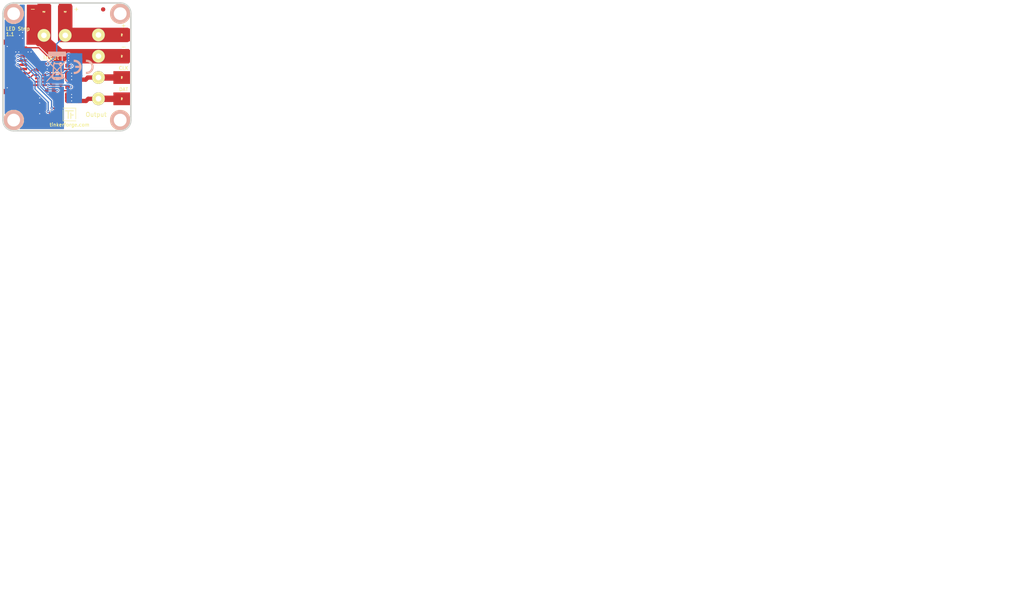
<source format=kicad_pcb>
(kicad_pcb (version 4) (host pcbnew 4.0.7-e2-6376~58~ubuntu17.04.1)
  (title_block (title "LED Strip Bricklet") (date "Mi 08 Jul 2015") (rev 1.1) (company "Tinkerforge GmbH") (comment 1 "Licensed under CERN OHL v.1.1") (comment 2 "Copyright (©) 2015, B.Nordmeyer <bastian@tinkerforge.com>"))
  (layers (0 Vorderseite signal) (31 Rückseite signal hide) (34 B.Paste user) (35 F.Paste user) (36 B.SilkS user) (37 F.SilkS user) (38 B.Mask user) (39 F.Mask user) (44 Edge.Cuts user))
  (net 0 "")
  (net 1 +5V)
  (net 2 AGND)
  (net 3 GND)
  (net 4 VCC)
  (net 5 "Net-(D1-Pad1)")
  (net 6 "Net-(D2-Pad1)")
  (net 7 "Net-(J1-Pad2)")
  (net 8 "Net-(P1-Pad4)")
  (net 9 "Net-(P1-Pad5)")
  (net 10 "Net-(P1-Pad6)")
  (net 11 "Net-(P1-Pad7)")
  (net 12 "Net-(P1-Pad8)")
  (net 13 "Net-(P1-Pad9)")
  (net 14 "Net-(Q1-PadG)")
  (net 15 "Net-(Q2-PadG)")
  (net 16 "Net-(D1-Pad2)")
  (net 17 "Net-(P1-Pad10)")
  (net 18 "Net-(RP1-Pad2)")
  (net 19 "Net-(RP1-Pad3)")
  (net 20 "Net-(RP1-Pad6)")
  (net 21 "Net-(RP1-Pad7)")
  (net 22 "Net-(RP2-Pad2)")
  (net 23 "Net-(RP2-Pad3)")
  (net 24 "Net-(U1-Pad7)")
  (module kicad-libraries:Fiducial_Mark (layer Vorderseite) (at 66.4 28.8)
    (fp_text reference Fiducial_Mark hide)
    (fp_text value VAL** hide)
    (pad 1 smd circle (at 0 0) (size 1.00076 1.00076) (layers Vorderseite F.Paste F.Mask) (clearance 0.65024))
  )
  (module kicad-libraries:Fiducial_Mark (layer Vorderseite) (at 46.4 49.8)
    (fp_text reference Fiducial_Mark hide)
    (fp_text value VAL** hide)
    (pad 1 smd circle (at 0 0) (size 1.00076 1.00076) (layers Vorderseite F.Paste F.Mask) (clearance 0.65024))
  )
  (module kicad-libraries:SOD-323 (layer Vorderseite) (at 59.3 50.3 180)
    (fp_text reference D2)
    (fp_text value ESD5V0D3B-TP)
    (pad 1 smd rect (at -1.3208 0 180) (size 0.762 0.6858) (layers Vorderseite F.Paste F.Mask) (net 6 "Net-(D2-Pad1)"))
    (pad 2 smd rect (at 1.3208 0 180) (size 0.762 0.6858) (layers Vorderseite F.Paste F.Mask) (net 16 "Net-(D1-Pad2)"))
  )
  (module kicad-libraries:SOD-323 (layer Vorderseite) (at 59.3 45.3 180)
    (fp_text reference D1)
    (fp_text value ESD5V0D3B-TP)
    (pad 1 smd rect (at -1.3208 0 180) (size 0.762 0.6858) (layers Vorderseite F.Paste F.Mask) (net 5 "Net-(D1-Pad1)"))
    (pad 2 smd rect (at 1.3208 0 180) (size 0.762 0.6858) (layers Vorderseite F.Paste F.Mask) (net 16 "Net-(D1-Pad2)"))
  )
  (module kicad-libraries:DRILL_NP (layer Vorderseite) (at 45.4 29.8)
    (fp_text reference U5 hide)
    (fp_text value DRILL hide)
    (pad "" np_thru_hole circle (at 0 0) (size 2.99974 2.99974) (drill 2.99974) (layers *.Cu *.Mask F.SilkS) (clearance 0.89916))
  )
  (module kicad-libraries:DRILL_NP (layer Vorderseite) (at 45.4 54.8)
    (fp_text reference U4 hide)
    (fp_text value DRILL hide)
    (pad "" np_thru_hole circle (at 0 0) (size 2.99974 2.99974) (drill 2.99974) (layers *.Cu *.Mask F.SilkS) (clearance 0.89916))
  )
  (module kicad-libraries:DRILL_NP (layer Vorderseite) (at 70.4 29.8)
    (fp_text reference U3 hide)
    (fp_text value DRILL hide)
    (pad "" np_thru_hole circle (at 0 0) (size 2.99974 2.99974) (drill 2.99974) (layers *.Cu *.Mask F.SilkS) (clearance 0.89916))
  )
  (module kicad-libraries:DRILL_NP (layer Vorderseite) (at 70.4 54.8 180)
    (fp_text reference U2 hide)
    (fp_text value DRILL hide)
    (pad "" np_thru_hole circle (at 0 0 180) (size 2.99974 2.99974) (drill 2.99974) (layers *.Cu *.Mask F.SilkS) (clearance 0.89916))
  )
  (module kicad-libraries:SOIC8 (layer Vorderseite) (at 53 51.4 270)
    (fp_text reference U1)
    (fp_text value M24C64)
    (pad 1 smd rect (at -1.90246 2.69748 90) (size 0.59944 1.5494) (layers Vorderseite F.Paste F.Mask) (net 3 GND))
    (pad 2 smd rect (at -0.63246 2.69748 90) (size 0.59944 1.5494) (layers Vorderseite F.Paste F.Mask) (net 3 GND))
    (pad 3 smd rect (at 0.63246 2.69748 90) (size 0.59944 1.5494) (layers Vorderseite F.Paste F.Mask) (net 10 "Net-(P1-Pad6)"))
    (pad 4 smd rect (at 1.90246 2.69748 90) (size 0.59944 1.5494) (layers Vorderseite F.Paste F.Mask) (net 3 GND))
    (pad 5 smd rect (at 1.90246 -2.69748 270) (size 0.59944 1.5494) (layers Vorderseite F.Paste F.Mask) (net 9 "Net-(P1-Pad5)"))
    (pad 6 smd rect (at 0.63246 -2.69748 270) (size 0.59944 1.5494) (layers Vorderseite F.Paste F.Mask) (net 8 "Net-(P1-Pad4)"))
    (pad 7 smd rect (at -0.63246 -2.69748 270) (size 0.59944 1.5494) (layers Vorderseite F.Paste F.Mask) (net 24 "Net-(U1-Pad7)"))
    (pad 8 smd rect (at -1.90246 -2.69748 270) (size 0.59944 1.5494) (layers Vorderseite F.Paste F.Mask) (net 4 VCC))
  )
  (module kicad-libraries:4X0603 (layer Vorderseite) (at 55.6 45.4 270)
    (fp_text reference RP2)
    (fp_text value 1k)
    (pad 1 smd rect (at -1.19888 -0.8509 270) (size 0.44958 0.89916) (layers Vorderseite F.Paste F.Mask) (net 5 "Net-(D1-Pad1)"))
    (pad 2 smd rect (at -0.39878 -0.8509 270) (size 0.44958 0.89916) (layers Vorderseite F.Paste F.Mask) (net 22 "Net-(RP2-Pad2)"))
    (pad 3 smd rect (at 0.39878 -0.8509 270) (size 0.44958 0.89916) (layers Vorderseite F.Paste F.Mask) (net 23 "Net-(RP2-Pad3)"))
    (pad 4 smd rect (at 1.19888 -0.8509 270) (size 0.44958 0.89916) (layers Vorderseite F.Paste F.Mask) (net 6 "Net-(D2-Pad1)"))
    (pad 5 smd rect (at 1.19888 0.8509 270) (size 0.44958 0.89916) (layers Vorderseite F.Paste F.Mask) (net 1 +5V))
    (pad 6 smd rect (at 0.39878 0.8509 270) (size 0.44958 0.89916) (layers Vorderseite F.Paste F.Mask) (net 1 +5V))
    (pad 7 smd rect (at -0.39878 0.8509 270) (size 0.44958 0.89916) (layers Vorderseite F.Paste F.Mask) (net 1 +5V))
    (pad 8 smd rect (at -1.19888 0.8509 270) (size 0.44958 0.89916) (layers Vorderseite F.Paste F.Mask) (net 1 +5V))
  )
  (module kicad-libraries:4X0603 (layer Vorderseite) (at 51.7 45.4 270)
    (fp_text reference RP1)
    (fp_text value 470)
    (pad 1 smd rect (at -1.19888 -0.8509 270) (size 0.44958 0.89916) (layers Vorderseite F.Paste F.Mask) (net 14 "Net-(Q1-PadG)"))
    (pad 2 smd rect (at -0.39878 -0.8509 270) (size 0.44958 0.89916) (layers Vorderseite F.Paste F.Mask) (net 18 "Net-(RP1-Pad2)"))
    (pad 3 smd rect (at 0.39878 -0.8509 270) (size 0.44958 0.89916) (layers Vorderseite F.Paste F.Mask) (net 19 "Net-(RP1-Pad3)"))
    (pad 4 smd rect (at 1.19888 -0.8509 270) (size 0.44958 0.89916) (layers Vorderseite F.Paste F.Mask) (net 15 "Net-(Q2-PadG)"))
    (pad 5 smd rect (at 1.19888 0.8509 270) (size 0.44958 0.89916) (layers Vorderseite F.Paste F.Mask) (net 13 "Net-(P1-Pad9)"))
    (pad 6 smd rect (at 0.39878 0.8509 270) (size 0.44958 0.89916) (layers Vorderseite F.Paste F.Mask) (net 20 "Net-(RP1-Pad6)"))
    (pad 7 smd rect (at -0.39878 0.8509 270) (size 0.44958 0.89916) (layers Vorderseite F.Paste F.Mask) (net 21 "Net-(RP1-Pad7)"))
    (pad 8 smd rect (at -1.19888 0.8509 270) (size 0.44958 0.89916) (layers Vorderseite F.Paste F.Mask) (net 12 "Net-(P1-Pad8)"))
  )
  (module kicad-libraries:SOT23GDS (layer Vorderseite) (at 59 47.9 90)
    (fp_text reference Q2)
    (fp_text value 2N7002P)
    (pad S smd rect (at -0.889 -1.016 90) (size 0.9144 0.9144) (layers Vorderseite F.Paste F.Mask) (net 16 "Net-(D1-Pad2)"))
    (pad G smd rect (at 0.889 -1.016 90) (size 0.9144 0.9144) (layers Vorderseite F.Paste F.Mask) (net 15 "Net-(Q2-PadG)"))
    (pad D smd rect (at 0 1.016 90) (size 0.9144 0.9144) (layers Vorderseite F.Paste F.Mask) (net 6 "Net-(D2-Pad1)"))
  )
  (module kicad-libraries:SOT23GDS (layer Vorderseite) (at 59 42.9 90)
    (fp_text reference Q1)
    (fp_text value 2N7002P)
    (pad S smd rect (at -0.889 -1.016 90) (size 0.9144 0.9144) (layers Vorderseite F.Paste F.Mask) (net 16 "Net-(D1-Pad2)"))
    (pad G smd rect (at 0.889 -1.016 90) (size 0.9144 0.9144) (layers Vorderseite F.Paste F.Mask) (net 14 "Net-(Q1-PadG)"))
    (pad D smd rect (at 0 1.016 90) (size 0.9144 0.9144) (layers Vorderseite F.Paste F.Mask) (net 5 "Net-(D1-Pad1)"))
  )
  (module kicad-libraries:SOLDER_PAD2 (layer Vorderseite) (at 57.5 29.4)
    (fp_text reference P7 (at 0 0) (layer F.SilkS) (effects (font (size 0.29972 0.29972) (thickness 0.0762))))
    (fp_text value TST (at 0 0) (layer F.SilkS) (effects (font (size 0.29972 0.29972) (thickness 0.0762))))
    (pad 1 smd rect (at 0 0) (size 3 4) (layers Vorderseite F.Paste F.Mask) (net 7 "Net-(J1-Pad2)"))
  )
  (module kicad-libraries:SOLDER_PAD2 (layer Vorderseite) (at 70.8 49.8 90)
    (fp_text reference P6 (at 0 0 90) (layer F.SilkS) (effects (font (size 0.29972 0.29972) (thickness 0.0762))))
    (fp_text value TST (at 0 0 90) (layer F.SilkS) (effects (font (size 0.29972 0.29972) (thickness 0.0762))))
    (pad 1 smd rect (at 0 0 90) (size 3 4) (layers Vorderseite F.Paste F.Mask) (net 6 "Net-(D2-Pad1)"))
  )
  (module kicad-libraries:SOLDER_PAD2 (layer Vorderseite) (at 70.8 44.8 90)
    (fp_text reference P5 (at 0 0 90) (layer F.SilkS) (effects (font (size 0.29972 0.29972) (thickness 0.0762))))
    (fp_text value TST (at 0 0 90) (layer F.SilkS) (effects (font (size 0.29972 0.29972) (thickness 0.0762))))
    (pad 1 smd rect (at 0 0 90) (size 3 4) (layers Vorderseite F.Paste F.Mask) (net 5 "Net-(D1-Pad1)"))
  )
  (module kicad-libraries:SOLDER_PAD2 (layer Vorderseite) (at 52.5 29.4)
    (fp_text reference P4 (at 0 0) (layer F.SilkS) (effects (font (size 0.29972 0.29972) (thickness 0.0762))))
    (fp_text value TST (at 0 0) (layer F.SilkS) (effects (font (size 0.29972 0.29972) (thickness 0.0762))))
    (pad 1 smd rect (at 0 0) (size 3 4) (layers Vorderseite F.Paste F.Mask) (net 2 AGND))
  )
  (module kicad-libraries:SOLDER_PAD2 (layer Vorderseite) (at 70.8 34.8 90)
    (fp_text reference P3 (at 0 0 90) (layer F.SilkS) (effects (font (size 0.29972 0.29972) (thickness 0.0762))))
    (fp_text value TST (at 0 0 90) (layer F.SilkS) (effects (font (size 0.29972 0.29972) (thickness 0.0762))))
    (pad 1 smd rect (at 0 0 90) (size 3 4) (layers Vorderseite F.Paste F.Mask) (net 7 "Net-(J1-Pad2)"))
  )
  (module kicad-libraries:SOLDER_PAD2 (layer Vorderseite) (at 70.8 39.8 90)
    (fp_text reference P2 (at 0 0 90) (layer F.SilkS) (effects (font (size 0.29972 0.29972) (thickness 0.0762))))
    (fp_text value TST (at 0 0 90) (layer F.SilkS) (effects (font (size 0.29972 0.29972) (thickness 0.0762))))
    (pad 1 smd rect (at 0 0 90) (size 3 4) (layers Vorderseite F.Paste F.Mask) (net 2 AGND))
  )
  (module kicad-libraries:CON-SENSOR (layer Vorderseite) (at 43 42.3 270)
    (fp_text reference P1)
    (fp_text value CON-SENSOR)
    (pad 1 smd rect (at -4.50088 -4.7752 270) (size 0.59944 1.5494) (layers Vorderseite F.Paste F.Mask) (net 1 +5V))
    (pad 2 smd rect (at -3.50012 -4.7752 270) (size 0.59944 1.5494) (layers Vorderseite F.Paste F.Mask) (net 3 GND))
    (pad 3 smd rect (at -2.49936 -4.7752 270) (size 0.59944 1.5494) (layers Vorderseite F.Paste F.Mask) (net 4 VCC))
    (pad 4 smd rect (at -1.50114 -4.7752 270) (size 0.59944 1.5494) (layers Vorderseite F.Paste F.Mask) (net 8 "Net-(P1-Pad4)"))
    (pad 5 smd rect (at -0.50038 -4.7752 270) (size 0.59944 1.5494) (layers Vorderseite F.Paste F.Mask) (net 9 "Net-(P1-Pad5)"))
    (pad 6 smd rect (at 0.50038 -4.7752 270) (size 0.59944 1.5494) (layers Vorderseite F.Paste F.Mask) (net 10 "Net-(P1-Pad6)"))
    (pad 7 smd rect (at 1.50114 -4.7752 270) (size 0.59944 1.5494) (layers Vorderseite F.Paste F.Mask) (net 11 "Net-(P1-Pad7)"))
    (pad 8 smd rect (at 2.49936 -4.7752 270) (size 0.59944 1.5494) (layers Vorderseite F.Paste F.Mask) (net 12 "Net-(P1-Pad8)"))
    (pad 9 smd rect (at 3.50012 -4.7752 270) (size 0.59944 1.5494) (layers Vorderseite F.Paste F.Mask) (net 13 "Net-(P1-Pad9)"))
    (pad 10 smd rect (at 4.50088 -4.7752 270) (size 0.59944 1.5494) (layers Vorderseite F.Paste F.Mask) (net 17 "Net-(P1-Pad10)"))
    (pad EP smd rect (at -5.79882 -0.89916 270) (size 1.19888 1.80086) (layers Vorderseite F.Paste F.Mask) (net 3 GND))
    (pad EP smd rect (at 5.79882 -0.89916 270) (size 1.19888 1.80086) (layers Vorderseite F.Paste F.Mask) (net 3 GND))
  )
  (module kicad-libraries:AKL_5_2 (layer Vorderseite) (at 65.3 47.3 270)
    (fp_text reference J3)
    (fp_text value AKL_5_2)
    (pad 1 thru_hole circle (at -2.49936 0 270) (size 2.99974 2.99974) (drill 1.30048) (layers *.Cu *.Mask F.SilkS) (net 5 "Net-(D1-Pad1)"))
    (pad 2 thru_hole circle (at 2.49936 0 270) (size 2.99974 2.99974) (drill 1.30048) (layers *.Cu *.Mask F.SilkS) (net 6 "Net-(D2-Pad1)"))
  )
  (module kicad-libraries:AKL_5_2 (layer Vorderseite) (at 65.3 37.3 270)
    (fp_text reference J2)
    (fp_text value AKL_5_2)
    (pad 1 thru_hole circle (at -2.49936 0 270) (size 2.99974 2.99974) (drill 1.30048) (layers *.Cu *.Mask F.SilkS) (net 7 "Net-(J1-Pad2)"))
    (pad 2 thru_hole circle (at 2.49936 0 270) (size 2.99974 2.99974) (drill 1.30048) (layers *.Cu *.Mask F.SilkS) (net 2 AGND))
  )
  (module kicad-libraries:AKL_5_2 (layer Vorderseite) (at 55 34.9)
    (fp_text reference J1)
    (fp_text value AKL_5_2)
    (pad 1 thru_hole circle (at -2.49936 0) (size 2.99974 2.99974) (drill 1.30048) (layers *.Cu *.Mask F.SilkS) (net 2 AGND))
    (pad 2 thru_hole circle (at 2.49936 0) (size 2.99974 2.99974) (drill 1.30048) (layers *.Cu *.Mask F.SilkS) (net 7 "Net-(J1-Pad2)"))
  )
  (module kicad-libraries:WEEE_7mm (layer Rückseite) (at 55.6 42.3)
    (fp_text reference VAL hide)
    (fp_text value WEEE_7mm hide)
  )
  (module kicad-libraries:CE_5mm (layer Rückseite) (at 61.8 42.3 180)
    (fp_text reference VAL hide)
    (fp_text value CE_5mm hide)
  )
  (module kicad-libraries:Logo_31x31 (layer Vorderseite) (at 56.9 51.9)
    (fp_text reference G*** hide)
    (fp_text value Logo_31x31 hide)
  )
  (module kicad-libraries:C0603 (layer Vorderseite) (at 53.95 47.8 180)
    (fp_text reference C1)
    (fp_text value 100nF)
    (pad 1 smd rect (at -0.8001 0 180) (size 0.8001 0.8001) (layers Vorderseite F.Paste F.Mask) (net 4 VCC))
    (pad 2 smd rect (at 0.8001 0 180) (size 0.8001 0.8001) (layers Vorderseite F.Paste F.Mask) (net 3 GND))
  )
  (module kicad-libraries:C0603 (layer Vorderseite) (at 55.6 42.2)
    (fp_text reference C2)
    (fp_text value 100nF)
    (pad 1 smd rect (at -0.8001 0) (size 0.8001 0.8001) (layers Vorderseite F.Paste F.Mask) (net 1 +5V))
    (pad 2 smd rect (at 0.8001 0) (size 0.8001 0.8001) (layers Vorderseite F.Paste F.Mask) (net 3 GND))
  )
  (module kicad-libraries:F1206 (layer Vorderseite) (at 58.9 40.2)
    (fp_text reference F1)
    (fp_text value 0ZCJ0035FF2G)
    (pad 1 smd rect (at -1.50114 0) (size 1.00076 1.6002) (layers Vorderseite F.Paste F.Mask) (net 16 "Net-(D1-Pad2)"))
    (pad 2 smd rect (at 1.50114 0) (size 1.00076 1.6002) (layers Vorderseite F.Paste F.Mask) (net 2 AGND))
  )
  (module kicad-libraries:C0603 (layer Vorderseite) (at 48.25 34.9)
    (fp_text reference L1)
    (fp_text value FB)
    (pad 1 smd rect (at -0.8001 0) (size 0.8001 0.8001) (layers Vorderseite F.Paste F.Mask) (net 3 GND))
    (pad 2 smd rect (at 0.8001 0) (size 0.8001 0.8001) (layers Vorderseite F.Paste F.Mask) (net 2 AGND))
  )
  (module kicad-libraries:R0603 (layer Vorderseite) (at 51.7 43 180)
    (fp_text reference R1)
    (fp_text value 1k)
    (pad 1 smd rect (at -0.8001 0 180) (size 0.8001 0.8001) (layers Vorderseite F.Paste F.Mask) (net 3 GND))
    (pad 2 smd rect (at 0.8001 0 180) (size 0.8001 0.8001) (layers Vorderseite F.Paste F.Mask) (net 11 "Net-(P1-Pad7)"))
  )
  (module kicad-libraries:R0603 (layer Vorderseite) (at 51.7 41.6)
    (fp_text reference R2)
    (fp_text value 10k)
    (pad 1 smd rect (at -0.8001 0) (size 0.8001 0.8001) (layers Vorderseite F.Paste F.Mask) (net 11 "Net-(P1-Pad7)"))
    (pad 2 smd rect (at 0.8001 0) (size 0.8001 0.8001) (layers Vorderseite F.Paste F.Mask) (net 7 "Net-(J1-Pad2)"))
  )
  (gr_text tinkerforge.com (at 58.5 55.9) (layer F.SilkS) (effects (font (size 0.8 0.8))))
  (gr_text "LED Strip\n1.1" (at 43.5 34) (layer F.SilkS) (effects (font (size 0.8 0.8)) (justify left)))
  (gr_text Output (at 64.75 53.5) (layer F.SilkS) (effects (font (size 1 1))))
  (gr_text Input (at 54.2 40.1) (layer F.SilkS) (effects (font (size 1 1))))
  (gr_text DAT (at 71.2 47.6) (layer F.SilkS) (effects (font (size 0.8 0.8))))
  (gr_text - (at 71.2 37.6) (layer F.SilkS) (effects (font (size 1 1))))
  (gr_text CLK (at 71.2 42.6) (layer F.SilkS) (effects (font (size 0.8 0.8))))
  (gr_text + (at 71.2 32.6) (layer F.SilkS) (effects (font (size 1 1))))
  (gr_text - (at 49.9 28.7) (layer F.SilkS) (effects (font (size 1 1))))
  (gr_text + (at 60.1 28.7) (layer F.SilkS) (effects (font (size 1 1))))
  (gr_line (start 70.4 57.3) (end 45.4 57.3) (angle 90) (layer Edge.Cuts) (width 0.381))
  (gr_line (start 70.4 27.3) (end 45.4 27.3) (angle 90) (layer Edge.Cuts) (width 0.381))
  (gr_line (start 72.9 29.8) (end 72.9 54.8) (angle 90) (layer Edge.Cuts) (width 0.381))
  (gr_line (start 42.9 54.8) (end 42.9 29.8) (angle 90) (layer Edge.Cuts) (width 0.381))
  (gr_arc (start 70.4 54.8) (end 72.9 54.8) (angle 90) (layer Edge.Cuts) (width 0.381))
  (gr_arc (start 45.4 54.8) (end 45.4 57.3) (angle 90) (layer Edge.Cuts) (width 0.381))
  (gr_arc (start 45.4 29.8) (end 42.9 29.8) (angle 90) (layer Edge.Cuts) (width 0.381))
  (gr_arc (start 70.4 29.8) (end 70.4 27.3) (angle 90) (layer Edge.Cuts) (width 0.381))
  (segment (start 54.7999 42.2) (end 54.7999 41.2999) (width 0.29972) (layer Vorderseite) (net 1))
  (segment (start 51.29912 37.79912) (end 47.7752 37.79912) (width 0.29972) (layer Vorderseite) (net 1))
  (segment (start 54.7999 41.2999) (end 51.29912 37.79912) (width 0.29972) (layer Vorderseite) (net 1))
  (segment (start 54 44.4) (end 54 42.9999) (width 0.29972) (layer Vorderseite) (net 1))
  (segment (start 54 42.9999) (end 54.7999 42.2) (width 0.29972) (layer Vorderseite) (net 1))
  (segment (start 54.7491 45.79878) (end 54 45.79878) (width 0.29972) (layer Vorderseite) (net 1))
  (segment (start 54 45.79878) (end 54 45.8) (width 0.29972) (layer Vorderseite) (net 1))
  (segment (start 54.7491 45.00122) (end 54 45.00122) (width 0.29972) (layer Vorderseite) (net 1))
  (segment (start 54 45.00122) (end 54 45) (width 0.29972) (layer Vorderseite) (net 1))
  (segment (start 54.7491 46.59888) (end 54.39888 46.59888) (width 0.29972) (layer Vorderseite) (net 1))
  (segment (start 54.39888 46.59888) (end 54 46.2) (width 0.29972) (layer Vorderseite) (net 1))
  (segment (start 54 46.2) (end 54 45.8) (width 0.29972) (layer Vorderseite) (net 1))
  (segment (start 54 45.8) (end 54 45) (width 0.29972) (layer Vorderseite) (net 1))
  (segment (start 54 45) (end 54 44.4) (width 0.29972) (layer Vorderseite) (net 1))
  (segment (start 54 44.4) (end 54.19888 44.20112) (width 0.29972) (layer Vorderseite) (net 1))
  (segment (start 54.19888 44.20112) (end 54.7491 44.20112) (width 0.29972) (layer Vorderseite) (net 1))
  (segment (start 52.50064 34.9) (end 52.50064 29.40064) (width 1.50114) (layer Vorderseite) (net 2))
  (segment (start 52.50064 29.40064) (end 52.5 29.4) (width 1.50114) (layer Vorderseite) (net 2))
  (segment (start 70.8 39.8) (end 65.30064 39.8) (width 1.50114) (layer Vorderseite) (net 2))
  (segment (start 65.30064 39.8) (end 65.3 39.79936) (width 1.50114) (layer Vorderseite) (net 2))
  (segment (start 60.40114 40.2) (end 64.89936 40.2) (width 1.50114) (layer Vorderseite) (net 2))
  (segment (start 64.89936 40.2) (end 65.3 39.79936) (width 1.50114) (layer Vorderseite) (net 2))
  (via (at 49.5 38.8) (size 0.70104) (layers Vorderseite Rückseite) (net 3))
  (segment (start 48.79988 38.79988) (end 47.7752 38.79988) (width 0.59944) (layer Vorderseite) (net 3))
  (via (at 48.8 38.8) (size 0.70104) (layers Vorderseite Rückseite) (net 3))
  (segment (start 48.79988 38.79988) (end 48.8 38.8) (width 0.59944) (layer Vorderseite) (net 3))
  (segment (start 49.5 38.8) (end 48.8 38.8) (width 0.59944) (layer Vorderseite) (net 3))
  (via (at 45.9 38.8) (size 0.70104) (layers Vorderseite Rückseite) (net 3))
  (segment (start 46.60012 38.79988) (end 47.7752 38.79988) (width 0.59944) (layer Vorderseite) (net 3))
  (via (at 46.6 38.8) (size 0.70104) (layers Vorderseite Rückseite) (net 3))
  (segment (start 46.60012 38.79988) (end 46.6 38.8) (width 0.59944) (layer Vorderseite) (net 3))
  (segment (start 45.9 38.8) (end 46.6 38.8) (width 0.59944) (layer Vorderseite) (net 3))
  (segment (start 47.4499 34.2501) (end 47.5 34.2) (width 0.59944) (layer Vorderseite) (net 3))
  (via (at 47.5 34.2) (size 0.70104) (layers Vorderseite Rückseite) (net 3))
  (segment (start 47.4499 34.9) (end 47.4499 34.2501) (width 0.59944) (layer Vorderseite) (net 3))
  (segment (start 47.4499 35.5499) (end 47.5 35.6) (width 0.59944) (layer Vorderseite) (net 3))
  (via (at 47.5 35.6) (size 0.70104) (layers Vorderseite Rückseite) (net 3))
  (segment (start 47.4499 34.9) (end 47.4499 35.5499) (width 0.59944) (layer Vorderseite) (net 3))
  (via (at 46.8 34.9) (size 0.70104) (layers Vorderseite Rückseite) (net 3))
  (segment (start 47.4499 34.9) (end 46.8 34.9) (width 0.59944) (layer Vorderseite) (net 3))
  (segment (start 43.89916 47.20084) (end 43.9 47.2) (width 0.59944) (layer Vorderseite) (net 3))
  (via (at 43.9 47.2) (size 0.70104) (layers Vorderseite Rückseite) (net 3))
  (segment (start 43.89916 48.09882) (end 43.89916 47.20084) (width 0.59944) (layer Vorderseite) (net 3))
  (segment (start 43.89916 37.49916) (end 43.9 37.5) (width 0.59944) (layer Vorderseite) (net 3))
  (via (at 43.9 37.5) (size 0.70104) (layers Vorderseite Rückseite) (net 3))
  (segment (start 43.89916 36.50118) (end 43.89916 37.49916) (width 0.59944) (layer Vorderseite) (net 3))
  (segment (start 56.4001 41.5001) (end 56.4 41.5) (width 0.59944) (layer Vorderseite) (net 3))
  (via (at 56.4 41.5) (size 0.70104) (layers Vorderseite Rückseite) (net 3))
  (segment (start 56.4001 42.2) (end 56.4001 41.5001) (width 0.59944) (layer Vorderseite) (net 3))
  (via (at 53.5 48.5) (size 0.70104) (layers Vorderseite Rückseite) (net 3))
  (segment (start 53.1499 48.1499) (end 53.5 48.5) (width 0.59944) (layer Vorderseite) (net 3))
  (segment (start 53.1499 47.8) (end 53.1499 48.1499) (width 0.59944) (layer Vorderseite) (net 3))
  (segment (start 51.46754 50.76754) (end 51.5 50.8) (width 0.29972) (layer Vorderseite) (net 3))
  (via (at 51.5 50.8) (size 0.70104) (layers Vorderseite Rückseite) (net 3))
  (segment (start 50.30252 50.76754) (end 51.46754 50.76754) (width 0.29972) (layer Vorderseite) (net 3))
  (segment (start 51.39754 49.49754) (end 51.5 49.6) (width 0.29972) (layer Vorderseite) (net 3))
  (via (at 51.5 49.6) (size 0.70104) (layers Vorderseite Rückseite) (net 3))
  (segment (start 50.30252 49.49754) (end 51.39754 49.49754) (width 0.29972) (layer Vorderseite) (net 3))
  (segment (start 51.49754 53.30246) (end 51.5 53.3) (width 0.29972) (layer Vorderseite) (net 3))
  (via (at 51.5 53.3) (size 0.70104) (layers Vorderseite Rückseite) (net 3))
  (segment (start 50.30252 53.30246) (end 51.49754 53.30246) (width 0.29972) (layer Vorderseite) (net 3))
  (segment (start 53.1 43) (end 53.3 42.8) (width 0.29972) (layer Vorderseite) (net 3))
  (via (at 53.3 42.8) (size 0.70104) (layers Vorderseite Rückseite) (net 3))
  (segment (start 52.5001 43) (end 53.1 43) (width 0.29972) (layer Vorderseite) (net 3))
  (segment (start 55.69748 48.74738) (end 54.7501 47.8) (width 0.29972) (layer Vorderseite) (net 4))
  (segment (start 55.69748 49.49754) (end 55.69748 48.74738) (width 0.29972) (layer Vorderseite) (net 4))
  (via (at 55.6 47.8) (size 0.70104) (layers Vorderseite Rückseite) (net 4))
  (segment (start 55.6 47.8) (end 55.5 47.7) (width 0.29972) (layer Rückseite) (net 4))
  (segment (start 55.5 47.7) (end 53.1 47.7) (width 0.29972) (layer Rückseite) (net 4))
  (segment (start 53.1 47.7) (end 52 46.6) (width 0.29972) (layer Rückseite) (net 4))
  (segment (start 52 46.6) (end 52 44.4) (width 0.29972) (layer Rückseite) (net 4))
  (segment (start 52 44.4) (end 47.4 39.8) (width 0.29972) (layer Rückseite) (net 4))
  (segment (start 47.4 39.8) (end 46.4 39.8) (width 0.29972) (layer Rückseite) (net 4))
  (via (at 46.4 39.8) (size 0.70104) (layers Vorderseite Rückseite) (net 4))
  (segment (start 46.4 39.8) (end 46.40064 39.80064) (width 0.29972) (layer Vorderseite) (net 4))
  (segment (start 46.40064 39.80064) (end 47.7752 39.80064) (width 0.29972) (layer Vorderseite) (net 4))
  (segment (start 54.7501 47.8) (end 55.6 47.8) (width 0.29972) (layer Vorderseite) (net 4))
  (segment (start 70.8 44.8) (end 65.30064 44.8) (width 1.50114) (layer Vorderseite) (net 5))
  (segment (start 65.30064 44.8) (end 65.3 44.80064) (width 1.50114) (layer Vorderseite) (net 5))
  (segment (start 60.016 42.9) (end 57.3 42.9) (width 0.29972) (layer Vorderseite) (net 5))
  (segment (start 56.4509 43.7491) (end 56.4509 44.20112) (width 0.29972) (layer Vorderseite) (net 5))
  (segment (start 57.3 42.9) (end 56.4509 43.7491) (width 0.29972) (layer Vorderseite) (net 5))
  (segment (start 60.6208 45.3) (end 60.6208 43.5048) (width 1.00076) (layer Vorderseite) (net 5))
  (segment (start 60.6208 43.5048) (end 60.016 42.9) (width 1.00076) (layer Vorderseite) (net 5))
  (segment (start 65.3 44.80064) (end 62.79936 44.80064) (width 1.00076) (layer Vorderseite) (net 5))
  (segment (start 62.3 45.3) (end 60.6208 45.3) (width 1.00076) (layer Vorderseite) (net 5))
  (segment (start 62.79936 44.80064) (end 62.3 45.3) (width 1.00076) (layer Vorderseite) (net 5))
  (segment (start 70.8 49.8) (end 65.30064 49.8) (width 1.50114) (layer Vorderseite) (net 6))
  (segment (start 65.30064 49.8) (end 65.3 49.79936) (width 1.50114) (layer Vorderseite) (net 6))
  (segment (start 60.016 47.9) (end 57.2 47.9) (width 0.29972) (layer Vorderseite) (net 6))
  (segment (start 56.4509 47.1509) (end 56.4509 46.59888) (width 0.29972) (layer Vorderseite) (net 6))
  (segment (start 57.2 47.9) (end 56.4509 47.1509) (width 0.29972) (layer Vorderseite) (net 6))
  (segment (start 60.6208 50.3) (end 60.6208 48.5048) (width 1.00076) (layer Vorderseite) (net 6))
  (segment (start 60.6208 48.5048) (end 60.016 47.9) (width 1.00076) (layer Vorderseite) (net 6))
  (segment (start 65.3 49.79936) (end 62.90064 49.79936) (width 1.00076) (layer Vorderseite) (net 6))
  (segment (start 62.4 50.3) (end 60.6208 50.3) (width 1.00076) (layer Vorderseite) (net 6))
  (segment (start 62.90064 49.79936) (end 62.4 50.3) (width 1.00076) (layer Vorderseite) (net 6))
  (segment (start 70.8 34.8) (end 65.30064 34.8) (width 1.50114) (layer Vorderseite) (net 7))
  (segment (start 65.30064 34.8) (end 65.3 34.80064) (width 1.50114) (layer Vorderseite) (net 7))
  (segment (start 57.5 29.4) (end 57.5 34.89936) (width 1.50114) (layer Vorderseite) (net 7))
  (segment (start 57.5 34.89936) (end 57.49936 34.9) (width 1.50114) (layer Vorderseite) (net 7))
  (segment (start 65.3 34.80064) (end 57.59872 34.80064) (width 1.50114) (layer Vorderseite) (net 7))
  (segment (start 57.59872 34.80064) (end 57.49936 34.9) (width 1.50114) (layer Vorderseite) (net 7))
  (via (at 53.4 41.6) (size 0.70104) (layers Vorderseite Rückseite) (net 7))
  (segment (start 53.4 41.6) (end 55.5 39.5) (width 0.29972) (layer Rückseite) (net 7))
  (segment (start 55.5 39.5) (end 55.5 36.89936) (width 0.29972) (layer Rückseite) (net 7))
  (segment (start 55.5 36.89936) (end 57.49936 34.9) (width 0.29972) (layer Rückseite) (net 7))
  (segment (start 52.5001 41.6) (end 53.4 41.6) (width 0.29972) (layer Vorderseite) (net 7))
  (segment (start 46.40114 40.79886) (end 46.4 40.8) (width 0.29972) (layer Vorderseite) (net 8))
  (via (at 46.4 40.8) (size 0.70104) (layers Vorderseite Rückseite) (net 8))
  (segment (start 46.4 40.8) (end 46.6 41) (width 0.29972) (layer Rückseite) (net 8))
  (segment (start 46.6 41) (end 47.1 41) (width 0.29972) (layer Rückseite) (net 8))
  (segment (start 47.1 41) (end 51.1 45) (width 0.29972) (layer Rückseite) (net 8))
  (segment (start 51.1 45) (end 51.1 47.1) (width 0.29972) (layer Rückseite) (net 8))
  (segment (start 51.1 47.1) (end 54.3 50.3) (width 0.29972) (layer Rückseite) (net 8))
  (segment (start 54.3 50.3) (end 54.3 51.9) (width 0.29972) (layer Rückseite) (net 8))
  (segment (start 54.3 51.9) (end 54.4 52) (width 0.29972) (layer Rückseite) (net 8))
  (via (at 54.4 52) (size 0.70104) (layers Vorderseite Rückseite) (net 8))
  (segment (start 54.4 52) (end 54.43246 52.03246) (width 0.29972) (layer Vorderseite) (net 8))
  (segment (start 54.43246 52.03246) (end 55.69748 52.03246) (width 0.29972) (layer Vorderseite) (net 8))
  (segment (start 47.7752 40.79886) (end 46.40114 40.79886) (width 0.29972) (layer Vorderseite) (net 8))
  (segment (start 46.40038 41.79962) (end 46.4 41.8) (width 0.29972) (layer Vorderseite) (net 9))
  (via (at 46.4 41.8) (size 0.70104) (layers Vorderseite Rückseite) (net 9))
  (segment (start 46.4 41.8) (end 50.4 45.8) (width 0.29972) (layer Rückseite) (net 9))
  (segment (start 50.4 45.8) (end 50.4 47.5) (width 0.29972) (layer Rückseite) (net 9))
  (segment (start 50.4 47.5) (end 53.5 50.6) (width 0.29972) (layer Rückseite) (net 9))
  (segment (start 53.5 50.6) (end 53.5 52.8) (width 0.29972) (layer Rückseite) (net 9))
  (via (at 53.5 52.8) (size 0.70104) (layers Vorderseite Rückseite) (net 9))
  (segment (start 53.5 52.8) (end 54.00246 53.30246) (width 0.29972) (layer Vorderseite) (net 9))
  (segment (start 54.00246 53.30246) (end 55.69748 53.30246) (width 0.29972) (layer Vorderseite) (net 9))
  (segment (start 47.7752 41.79962) (end 46.40038 41.79962) (width 0.29972) (layer Vorderseite) (net 9))
  (segment (start 46.69962 42.80038) (end 46.1 43.4) (width 0.29972) (layer Vorderseite) (net 10))
  (segment (start 46.1 43.4) (end 46.1 47.1) (width 0.29972) (layer Vorderseite) (net 10))
  (segment (start 46.1 47.1) (end 48.3 49.3) (width 0.29972) (layer Vorderseite) (net 10))
  (segment (start 48.3 49.3) (end 48.3 51.5) (width 0.29972) (layer Vorderseite) (net 10))
  (segment (start 48.3 51.5) (end 48.83246 52.03246) (width 0.29972) (layer Vorderseite) (net 10))
  (segment (start 48.83246 52.03246) (end 50.30252 52.03246) (width 0.29972) (layer Vorderseite) (net 10))
  (segment (start 47.7752 42.80038) (end 46.69962 42.80038) (width 0.29972) (layer Vorderseite) (net 10))
  (segment (start 48.99886 43.80114) (end 49.8 43) (width 0.29972) (layer Vorderseite) (net 11))
  (segment (start 49.8 43) (end 50.8999 43) (width 0.29972) (layer Vorderseite) (net 11))
  (segment (start 47.7752 43.80114) (end 48.99886 43.80114) (width 0.29972) (layer Vorderseite) (net 11))
  (segment (start 50.8999 43) (end 50.8999 41.6) (width 0.29972) (layer Vorderseite) (net 11))
  (segment (start 49.30064 44.79936) (end 49.89888 44.20112) (width 0.29972) (layer Vorderseite) (net 12))
  (segment (start 49.89888 44.20112) (end 50.8491 44.20112) (width 0.29972) (layer Vorderseite) (net 12))
  (segment (start 47.7752 44.79936) (end 49.30064 44.79936) (width 0.29972) (layer Vorderseite) (net 12))
  (segment (start 49.00012 45.80012) (end 49.79888 46.59888) (width 0.29972) (layer Vorderseite) (net 13))
  (segment (start 49.79888 46.59888) (end 50.8491 46.59888) (width 0.29972) (layer Vorderseite) (net 13))
  (segment (start 47.7752 45.80012) (end 49.00012 45.80012) (width 0.29972) (layer Vorderseite) (net 13))
  (segment (start 57.984 42.011) (end 58.811 42.011) (width 0.29972) (layer Vorderseite) (net 14))
  (segment (start 53.2 43.9) (end 52.89888 44.20112) (width 0.29972) (layer Vorderseite) (net 14))
  (via (at 53.2 43.9) (size 0.70104) (layers Vorderseite Rückseite) (net 14))
  (segment (start 57.1 43.9) (end 53.2 43.9) (width 0.29972) (layer Rückseite) (net 14))
  (segment (start 58.9 42.1) (end 57.1 43.9) (width 0.29972) (layer Rückseite) (net 14))
  (via (at 58.9 42.1) (size 0.70104) (layers Vorderseite Rückseite) (net 14))
  (segment (start 58.811 42.011) (end 58.9 42.1) (width 0.29972) (layer Vorderseite) (net 14))
  (segment (start 52.89888 44.20112) (end 52.5509 44.20112) (width 0.29972) (layer Vorderseite) (net 14))
  (segment (start 57.984 47.011) (end 58.789 47.011) (width 0.29972) (layer Vorderseite) (net 15))
  (segment (start 53.39888 46.59888) (end 52.5509 46.59888) (width 0.29972) (layer Vorderseite) (net 15))
  (segment (start 53.4 46.6) (end 53.39888 46.59888) (width 0.29972) (layer Vorderseite) (net 15))
  (via (at 53.4 46.6) (size 0.70104) (layers Vorderseite Rückseite) (net 15))
  (segment (start 58.4 46.6) (end 53.4 46.6) (width 0.29972) (layer Rückseite) (net 15))
  (segment (start 58.8 47) (end 58.4 46.6) (width 0.29972) (layer Rückseite) (net 15))
  (via (at 58.8 47) (size 0.70104) (layers Vorderseite Rückseite) (net 15))
  (segment (start 58.789 47.011) (end 58.8 47) (width 0.29972) (layer Vorderseite) (net 15))
  (segment (start 59 50.3) (end 60.3 50.3) (width 1.00076) (layer Rückseite) (net 16))
  (via (at 59 50.3) (size 0.70104) (layers Vorderseite Rückseite) (net 16))
  (segment (start 57.9792 50.3) (end 59 50.3) (width 1.00076) (layer Vorderseite) (net 16))
  (segment (start 60.9 44.5) (end 61 44.5) (width 1.00076) (layer Rückseite) (net 16))
  (segment (start 60.9 49.7) (end 60.9 44.5) (width 1.00076) (layer Rückseite) (net 16))
  (segment (start 60.3 50.3) (end 60.9 49.7) (width 1.00076) (layer Rückseite) (net 16))
  (segment (start 59 48.8) (end 59.7 48.8) (width 1.00076) (layer Rückseite) (net 16))
  (segment (start 58.989 48.789) (end 59 48.8) (width 1.00076) (layer Vorderseite) (net 16))
  (via (at 59 48.8) (size 0.70104) (layers Vorderseite Rückseite) (net 16))
  (segment (start 57.984 48.789) (end 58.989 48.789) (width 1.00076) (layer Vorderseite) (net 16))
  (segment (start 60.1 48.4) (end 60.1 45.3) (width 1.00076) (layer Rückseite) (net 16))
  (segment (start 59.7 48.8) (end 60.1 48.4) (width 1.00076) (layer Rückseite) (net 16))
  (segment (start 58.3 39.6) (end 60.2 39.6) (width 1.00076) (layer Rückseite) (net 16))
  (via (at 58.3 39.6) (size 0.70104) (layers Vorderseite Rückseite) (net 16))
  (segment (start 58.3 39.6) (end 57.7 40.2) (width 1.00076) (layer Vorderseite) (net 16))
  (segment (start 61 40.4) (end 61 44.5) (width 1.00076) (layer Rückseite) (net 16))
  (segment (start 60.2 39.6) (end 61 40.4) (width 1.00076) (layer Rückseite) (net 16))
  (segment (start 61 44.5) (end 61 44.4) (width 1.00076) (layer Rückseite) (net 16))
  (segment (start 61 44.4) (end 60.1 45.3) (width 1.00076) (layer Rückseite) (net 16))
  (via (at 59 45.3) (size 0.70104) (layers Vorderseite Rückseite) (net 16))
  (segment (start 60.1 45.3) (end 59 45.3) (width 1.00076) (layer Rückseite) (net 16))
  (segment (start 57.9792 45.3) (end 59 45.3) (width 1.00076) (layer Vorderseite) (net 16))
  (segment (start 59 43.8) (end 59.2 43.8) (width 1.00076) (layer Rückseite) (net 16))
  (segment (start 59.2 43.8) (end 60 43) (width 1.00076) (layer Rückseite) (net 16))
  (segment (start 60 43) (end 60 41.1) (width 1.00076) (layer Rückseite) (net 16))
  (segment (start 60 41.1) (end 59.7 40.8) (width 1.00076) (layer Rückseite) (net 16))
  (segment (start 59.7 40.8) (end 58.3 40.8) (width 1.00076) (layer Rückseite) (net 16))
  (segment (start 58.3 40.8) (end 57.7 40.2) (width 1.00076) (layer Vorderseite) (net 16))
  (via (at 58.3 40.8) (size 0.70104) (layers Vorderseite Rückseite) (net 16))
  (segment (start 57.984 43.789) (end 58.989 43.789) (width 1.00076) (layer Vorderseite) (net 16))
  (via (at 59 43.8) (size 0.70104) (layers Vorderseite Rückseite) (net 16))
  (segment (start 58.989 43.789) (end 59 43.8) (width 1.00076) (layer Vorderseite) (net 16))
  (segment (start 57.39886 40.2) (end 57.7 40.2) (width 1.00076) (layer Vorderseite) (net 16))
  (segment (start 57.39886 40.2) (end 58.3 40.2) (width 1.00076) (layer Vorderseite) (net 16))
  (via (at 58.3 40.2) (size 0.70104) (layers Vorderseite Rückseite) (net 16))
  (segment (start 57.9792 49.5) (end 59 49.5) (width 1.00076) (layer Vorderseite) (net 16))
  (via (at 59 49.5) (size 0.70104) (layers Vorderseite Rückseite) (net 16))
  (segment (start 57.9792 44.5) (end 59 44.5) (width 1.00076) (layer Vorderseite) (net 16))
  (via (at 59 44.5) (size 0.70104) (layers Vorderseite Rückseite) (net 16))
  (segment (start 57.9792 45.3) (end 57.9792 44.5) (width 1.00076) (layer Vorderseite) (net 16))
  (segment (start 57.9792 44.5) (end 57.9792 43.7938) (width 1.00076) (layer Vorderseite) (net 16))
  (segment (start 57.9792 43.7938) (end 57.984 43.789) (width 1.00076) (layer Vorderseite) (net 16))
  (segment (start 57.9792 50.3) (end 57.9792 49.5) (width 1.00076) (layer Vorderseite) (net 16))
  (segment (start 57.9792 49.5) (end 57.9792 48.7938) (width 1.00076) (layer Vorderseite) (net 16))
  (segment (start 57.9792 48.7938) (end 57.984 48.789) (width 1.00076) (layer Vorderseite) (net 16))
  (zone (net 7) (net_name "Net-(J1-Pad2)") (layer Vorderseite) (connect_pads yes (clearance 0.2)) (min_thickness 0.8) (fill yes (arc_segments 16) (thermal_gap 0) (thermal_bridge_width 3))
    (polygon (pts (xy 72.9 36.5) (xy 55.8 36.5) (xy 55.8 27.3) (xy 59.2 27.3) (xy 59.2 33.1) (xy 72.9 33.1)))
  )
  (zone (net 2) (net_name AGND) (layer Vorderseite) (connect_pads yes (clearance 0.2)) (min_thickness 0.15) (fill yes (arc_segments 16) (thermal_gap 0) (thermal_bridge_width 0.2))
    (polygon (pts (xy 72.9 38.1) (xy 56.8 38.1) (xy 54.2 35.9) (xy 54.2 27.3) (xy 48.5 27.3) (xy 48.4 37.1) (xy 50.6 37.1) (xy 55 41.5) (xy 72.9 41.5)))
  )
  (zone (net 3) (net_name GND) (layer Rückseite) (connect_pads (clearance 0.2)) (min_thickness 0.15) (fill yes (arc_segments 16) (thermal_gap 0) (thermal_bridge_width 0.2))
    (polygon (pts (xy 42.9 27.3) (xy 42.9 57.3) (xy 57.2 57.3) (xy 57.2 40.9) (xy 51.8 40.9) (xy 49.5 37.9) (xy 48 37.9) (xy 48 27.3)))
  )
  (zone (net 16) (net_name "Net-(D1-Pad2)") (layer Rückseite) (connect_pads yes (clearance 0.2)) (min_thickness 0.15) (fill yes (arc_segments 16) (thermal_gap 0) (thermal_bridge_width 0.2))
    (polygon (pts (xy 57.8 39.1) (xy 57.8 50.8) (xy 61.4 50.8) (xy 61.5 39.1)))
  )
)
</source>
